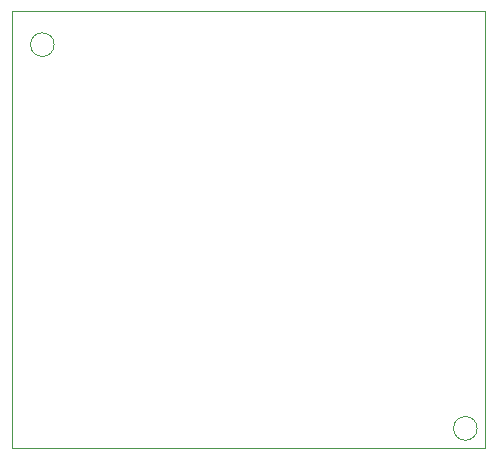
<source format=gm1>
G04 #@! TF.GenerationSoftware,KiCad,Pcbnew,8.0.0-rc1*
G04 #@! TF.CreationDate,2024-10-05T12:40:09+03:00*
G04 #@! TF.ProjectId,EC25_module,45433235-5f6d-46f6-9475-6c652e6b6963,rev?*
G04 #@! TF.SameCoordinates,Original*
G04 #@! TF.FileFunction,Profile,NP*
%FSLAX46Y46*%
G04 Gerber Fmt 4.6, Leading zero omitted, Abs format (unit mm)*
G04 Created by KiCad (PCBNEW 8.0.0-rc1) date 2024-10-05 12:40:09*
%MOMM*%
%LPD*%
G01*
G04 APERTURE LIST*
G04 #@! TA.AperFunction,Profile*
%ADD10C,0.100000*%
G04 #@! TD*
G04 #@! TA.AperFunction,Profile*
%ADD11C,0.050000*%
G04 #@! TD*
G04 APERTURE END LIST*
D10*
X145750000Y-112860000D02*
G75*
G02*
X143750000Y-112860000I-1000000J0D01*
G01*
X143750000Y-112860000D02*
G75*
G02*
X145750000Y-112860000I1000000J0D01*
G01*
X109935198Y-80370000D02*
G75*
G02*
X107935198Y-80370000I-1000000J0D01*
G01*
X107935198Y-80370000D02*
G75*
G02*
X109935198Y-80370000I1000000J0D01*
G01*
D11*
X146390000Y-114500000D02*
X106380000Y-114500000D01*
X106380000Y-77500000D02*
X146390000Y-77500000D01*
X146390000Y-77500000D02*
X146390000Y-114500000D01*
X106380000Y-114500000D02*
X106380000Y-77500000D01*
M02*

</source>
